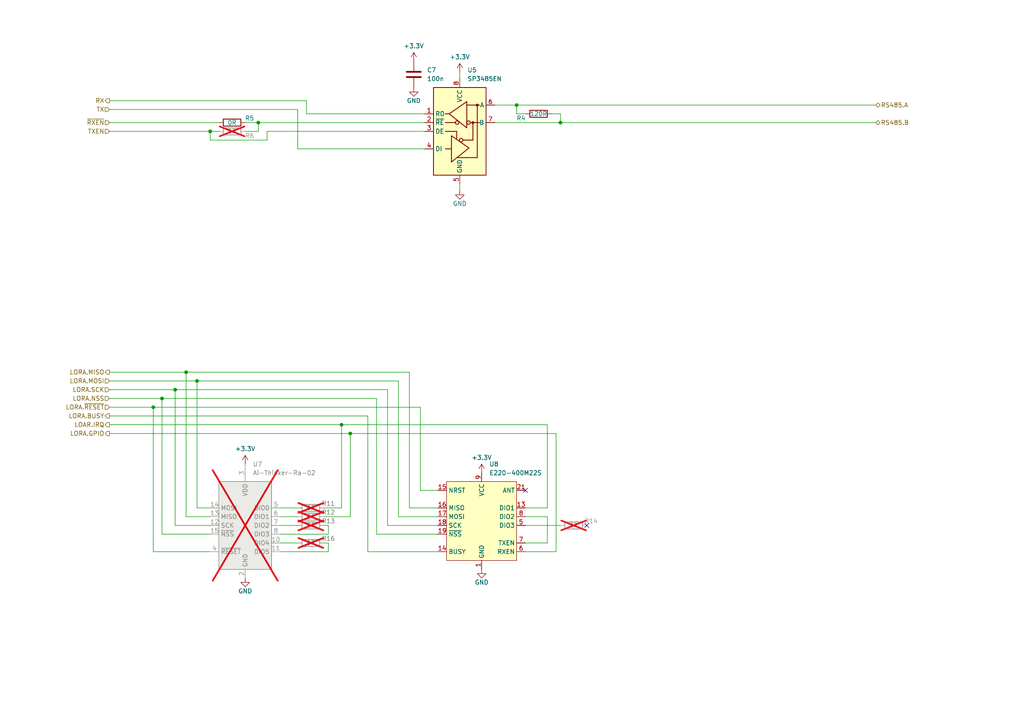
<source format=kicad_sch>
(kicad_sch (version 20231120) (generator "eeschema") (generator_version "8.0")
  (paper "A4")
  (title_block (title "Communication") (date "2024-11-17") (rev "00") (company "Ravenspark") (comment 1 "Prototype"))
  (lib_symbols
    (symbol "Device:C" (pin_numbers hide) (pin_names (offset 0.254))
      (property "Reference" "C" (at 0.635 2.54 0))
      (property "Value" "C" (at 0.635 -2.54 0))
      (symbol "C_0_1"
        (polyline (pts (xy -2.032 -0.762) (xy 2.032 -0.762)) (stroke (width 0.508)))
        (polyline (pts (xy -2.032 0.762) (xy 2.032 0.762)) (stroke (width 0.508)))
      )
      (symbol "C_1_1"
        (pin passive line (at 0 3.81 270) (length 2.794) (name "~") (number "1"))
        (pin passive line (at 0 -3.81 90) (length 2.794) (name "~") (number "2"))
      )
    )
    (symbol "Device:R" (pin_numbers hide) (pin_names (offset 0))
      (property "Reference" "R" (at 2.032 0 90))
      (property "Value" "R" (at 0 0 90))
      (symbol "R_0_1"
        (rectangle (start -1.016 -2.54) (end 1.016 2.54) (stroke (width 0.254)))
      )
      (symbol "R_1_1"
        (pin passive line (at 0 3.81 270) (length 1.27) (name "~") (number "1"))
        (pin passive line (at 0 -3.81 90) (length 1.27) (name "~") (number "2"))
      )
    )
    (symbol "Interface_UART:SP3485EN"
      (property "Reference" "U" (at -7.62 13.97 0))
      (property "Value" "SP3485EN" (at 1.905 13.97 0))
      (symbol "SP3485EN_0_1"
        (rectangle (start -7.62 12.7) (end 7.62 -12.7) (stroke (width 0.254)) (fill (type background)))
        (polyline (pts (xy -4.191 2.54) (xy -1.27 2.54)) (stroke (width 0.254)))
        (polyline (pts (xy -2.54 -5.08) (xy -4.191 -5.08)) (stroke (width 0.254)))
        (polyline (pts (xy -0.635 -7.62) (xy 5.08 -7.62)) (stroke (width 0.254)))
        (polyline (pts (xy 0.889 -2.54) (xy 3.81 -2.54)) (stroke (width 0.254)))
        (polyline (pts (xy 2.032 7.62) (xy 5.715 7.62)) (stroke (width 0.254)))
        (polyline (pts (xy 3.048 2.54) (xy 5.715 2.54)) (stroke (width 0.254)))
        (polyline (pts (xy 3.81 -2.54) (xy 3.81 2.54)) (stroke (width 0.254)))
        (polyline (pts (xy 5.08 -7.62) (xy 5.08 7.62)) (stroke (width 0.254)))
        (polyline (pts (xy -4.191 0) (xy -0.889 0) (xy -0.889 -2.286)) (stroke (width 0.254)))
        (polyline (pts (xy -3.175 5.08) (xy -4.191 5.08) (xy -4.064 5.08)) (stroke (width 0.254)))
        (polyline (pts (xy -2.413 -5.08) (xy -2.413 -1.27) (xy 2.667 -4.826) (xy -2.413 -8.89) (xy -2.413 -5.08)) (stroke (width 0.254)))
        (circle (center 0.381 -2.54) (radius 0.508) (stroke (width 0.254)))
        (circle (center 3.81 2.54) (radius 0.2794) (stroke (width 0.254)) (fill (type outline)))
      )
      (symbol "SP3485EN_1_1"
        (circle (center -0.762 2.54) (radius 0.508) (stroke (width 0.254)))
        (polyline (pts (xy 2.032 4.826) (xy 2.032 8.636) (xy -3.048 5.08) (xy 2.032 1.016) (xy 2.032 4.826)) (stroke (width 0.254)))
        (circle (center 2.54 2.54) (radius 0.508) (stroke (width 0.254)))
        (circle (center 5.08 7.62) (radius 0.2794) (stroke (width 0.254)) (fill (type outline)))
        (pin output line (at -10.16 5.08 0) (length 2.54) (name "RO") (number "1"))
        (pin input line (at -10.16 2.54 0) (length 2.54) (name "~{RE}") (number "2"))
        (pin input line (at -10.16 0 0) (length 2.54) (name "DE") (number "3"))
        (pin input line (at -10.16 -5.08 0) (length 2.54) (name "DI") (number "4"))
        (pin power_in line (at 0 -15.24 90) (length 2.54) (name "GND") (number "5"))
        (pin bidirectional line (at 10.16 7.62 180) (length 2.54) (name "A") (number "6"))
        (pin bidirectional line (at 10.16 2.54 180) (length 2.54) (name "B") (number "7"))
        (pin power_in line (at 0 15.24 270) (length 2.54) (name "VCC") (number "8"))
      )
    )
    (symbol "RF_Module:Ai-Thinker-Ra-02"
      (property "Reference" "U" (at 2.54 19.05 0))
      (property "Value" "Ai-Thinker-Ra-02" (at 13.97 -15.24 0))
      (symbol "Ai-Thinker-Ra-02_0_1"
        (rectangle (start -7.62 12.7) (end 7.62 -12.7) (stroke (width 0.254)) (fill (type background)))
      )
      (symbol "Ai-Thinker-Ra-02_1_1"
        (pin passive line (at 0 -15.24 90) (length 2.54) hide (name "GND") (number "1"))
        (pin bidirectional line (at 10.16 -5.08 180) (length 2.54) (name "DIO4") (number "10"))
        (pin bidirectional line (at 10.16 -7.62 180) (length 2.54) (name "DIO5") (number "11"))
        (pin input line (at -10.16 0 0) (length 2.54) (name "SCK") (number "12"))
        (pin output line (at -10.16 2.54 0) (length 2.54) (name "MISO") (number "13"))
        (pin input line (at -10.16 5.08 0) (length 2.54) (name "MOSI") (number "14"))
        (pin input line (at -10.16 -2.54 0) (length 2.54) (name "~{NSS}") (number "15"))
        (pin passive line (at 0 -15.24 90) (length 2.54) hide (name "GND") (number "16"))
        (pin power_in line (at 0 -15.24 90) (length 2.54) (name "GND") (number "2"))
        (pin power_in line (at 0 17.78 270) (length 5.08) (name "VDD") (number "3"))
        (pin input line (at -10.16 -7.62 0) (length 2.54) (name "~{RESET}") (number "4"))
        (pin bidirectional line (at 10.16 5.08 180) (length 2.54) (name "DIO0") (number "5"))
        (pin bidirectional line (at 10.16 2.54 180) (length 2.54) (name "DIO1") (number "6"))
        (pin bidirectional line (at 10.16 0 180) (length 2.54) (name "DIO2") (number "7"))
        (pin bidirectional line (at 10.16 -2.54 180) (length 2.54) (name "DIO3") (number "8"))
        (pin passive line (at 0 -15.24 90) (length 2.54) hide (name "GND") (number "9"))
      )
    )
    (symbol "Ravenspark:E220-400M22S"
      (property "Reference" "U8" (at 2.1941 20.32 0))
      (property "Value" "E220-400M22S" (at 2.1941 17.78 0))
      (symbol "E220-400M22S_0_0"
        (pin power_in line (at 0 -10.16 90) (length 2.54) (name "GND") (number "1"))
        (pin power_in line (at 0 -10.16 90) (length 2.54) hide (name "GND") (number "10"))
        (pin power_in line (at 0 -10.16 90) (length 2.54) hide (name "GND") (number "11"))
        (pin power_in line (at 0 -10.16 90) (length 2.54) hide (name "GND") (number "12"))
        (pin bidirectional line (at 12.7 7.62 180) (length 2.54) (name "DIO1") (number "13"))
        (pin output line (at -12.7 -5.08 0) (length 2.54) (name "BUSY") (number "14"))
        (pin input line (at -12.7 12.7 0) (length 2.54) (name "NRST") (number "15"))
        (pin output line (at -12.7 7.62 0) (length 2.54) (name "MISO") (number "16"))
        (pin input line (at -12.7 5.08 0) (length 2.54) (name "MOSI") (number "17"))
        (pin input line (at -12.7 2.54 0) (length 2.54) (name "SCK") (number "18"))
        (pin power_in line (at 0 -10.16 90) (length 2.54) hide (name "GND") (number "2"))
        (pin power_in line (at 0 -10.16 90) (length 2.54) hide (name "GND") (number "20"))
        (pin passive line (at 12.7 12.7 180) (length 2.54) (name "ANT") (number "21"))
        (pin power_in line (at 0 -10.16 90) (length 2.54) hide (name "GND") (number "22"))
        (pin power_in line (at 0 -10.16 90) (length 2.54) hide (name "GND") (number "3"))
        (pin power_in line (at 0 -10.16 90) (length 2.54) hide (name "GND") (number "4"))
        (pin bidirectional line (at 12.7 2.54 180) (length 2.54) (name "DIO3") (number "5"))
        (pin input line (at 12.7 -5.08 180) (length 2.54) (name "RXEN") (number "6"))
        (pin input line (at 12.7 -2.54 180) (length 2.54) (name "TXEN") (number "7"))
        (pin bidirectional line (at 12.7 5.08 180) (length 2.54) (name "DIO2") (number "8"))
        (pin power_in line (at 0 17.78 270) (length 2.54) (name "VCC") (number "9"))
      )
      (symbol "E220-400M22S_1_0"
        (pin input line (at -12.7 0 0) (length 2.54) (name "~{NSS}") (number "19"))
      )
      (symbol "E220-400M22S_1_1"
        (rectangle (start -10.16 15.24) (end 10.16 -7.62) (fill (type background)))
      )
    )
    (symbol "power:+3.3V" (power) (pin_numbers hide) (pin_names (offset 0) hide)
      (property "Value" "+3.3V" (at 0 3.556 0))
      (symbol "+3.3V_0_1"
        (polyline (pts (xy -0.762 1.27) (xy 0 2.54)))
        (polyline (pts (xy 0 0) (xy 0 2.54)))
        (polyline (pts (xy 0 2.54) (xy 0.762 1.27)))
      )
      (symbol "+3.3V_1_1"
        (pin power_in line (at 0 0 90) (length 0) (name "~") (number "1"))
      )
    )
    (symbol "power:GND" (power) (pin_numbers hide) (pin_names (offset 0) hide)
      (property "Value" "GND" (at 0 -3.81 0))
      (symbol "GND_0_1"
        (polyline (pts (xy 0 0) (xy 0 -1.27) (xy 1.27 -1.27) (xy 0 -2.54) (xy -1.27 -1.27) (xy 0 -1.27)))
      )
      (symbol "GND_1_1"
        (pin power_in line (at 0 0 270) (length 0) (name "~") (number "1"))
      )
    )
  )
  (junction (at 50.8 113.03))
  (junction (at 60.96 38.1))
  (junction (at 57.15 110.49))
  (junction (at 99.06 123.19))
  (junction (at 74.93 35.56))
  (junction (at 162.56 35.56))
  (junction (at 46.99 115.57))
  (junction (at 53.975 107.95))
  (junction (at 101.6 125.73))
  (junction (at 149.86 30.48))
  (junction (at 44.45 118.11))
  (no_connect (at 170.18 152.4))
  (no_connect (at 152.4 142.24))
  (wire (pts (xy 31.75 125.73) (xy 101.6 125.73)))
  (wire (pts (xy 160.02 33.02) (xy 162.56 33.02)))
  (wire (pts (xy 57.15 110.49) (xy 115.57 110.49)))
  (wire (pts (xy 127 147.32) (xy 118.745 147.32)))
  (wire (pts (xy 127 142.24) (xy 121.92 142.24)))
  (wire (pts (xy 254 30.48) (xy 149.86 30.48)))
  (wire (pts (xy 31.75 115.57) (xy 46.99 115.57)))
  (wire (pts (xy 60.96 38.1) (xy 60.96 40.64)))
  (wire (pts (xy 31.75 110.49) (xy 57.15 110.49)))
  (wire (pts (xy 81.28 149.86) (xy 86.36 149.86)))
  (wire (pts (xy 74.93 38.1) (xy 71.12 38.1)))
  (wire (pts (xy 161.29 125.73) (xy 161.29 160.02)))
  (wire (pts (xy 95.25 152.4) (xy 95.25 154.94)))
  (wire (pts (xy 53.975 107.95) (xy 31.75 107.95)))
  (wire (pts (xy 77.47 40.64) (xy 60.96 40.64)))
  (wire (pts (xy 46.99 115.57) (xy 109.22 115.57)))
  (wire (pts (xy 109.22 154.94) (xy 127 154.94)))
  (wire (pts (xy 162.56 33.02) (xy 162.56 35.56)))
  (wire (pts (xy 99.06 147.32) (xy 99.06 123.19)))
  (wire (pts (xy 152.4 149.86) (xy 158.75 149.86)))
  (wire (pts (xy 31.75 120.65) (xy 106.68 120.65)))
  (wire (pts (xy 71.12 35.56) (xy 74.93 35.56)))
  (wire (pts (xy 115.57 110.49) (xy 115.57 149.86)))
  (wire (pts (xy 31.75 118.11) (xy 44.45 118.11)))
  (wire (pts (xy 133.35 53.34) (xy 133.35 55.245)))
  (wire (pts (xy 95.25 157.48) (xy 95.25 160.02)))
  (wire (pts (xy 118.745 107.95) (xy 53.975 107.95)))
  (wire (pts (xy 31.75 35.56) (xy 63.5 35.56)))
  (wire (pts (xy 86.36 31.75) (xy 86.36 43.18)))
  (wire (pts (xy 149.86 33.02) (xy 149.86 30.48)))
  (wire (pts (xy 152.4 33.02) (xy 149.86 33.02)))
  (wire (pts (xy 88.9 33.02) (xy 123.19 33.02)))
  (wire (pts (xy 60.96 152.4) (xy 50.8 152.4)))
  (wire (pts (xy 158.75 147.32) (xy 158.75 123.19)))
  (wire (pts (xy 99.06 123.19) (xy 158.75 123.19)))
  (wire (pts (xy 81.28 157.48) (xy 86.36 157.48)))
  (wire (pts (xy 158.75 149.86) (xy 158.75 157.48)))
  (wire (pts (xy 112.395 152.4) (xy 112.395 113.03)))
  (wire (pts (xy 60.96 147.32) (xy 57.15 147.32)))
  (wire (pts (xy 162.56 35.56) (xy 254 35.56)))
  (wire (pts (xy 31.75 31.75) (xy 86.36 31.75)))
  (wire (pts (xy 31.75 29.21) (xy 88.9 29.21)))
  (wire (pts (xy 81.28 160.02) (xy 95.25 160.02)))
  (wire (pts (xy 31.75 123.19) (xy 99.06 123.19)))
  (wire (pts (xy 101.6 125.73) (xy 161.29 125.73)))
  (wire (pts (xy 57.15 110.49) (xy 57.15 147.32)))
  (wire (pts (xy 81.28 152.4) (xy 86.36 152.4)))
  (wire (pts (xy 74.93 35.56) (xy 123.19 35.56)))
  (wire (pts (xy 133.35 20.955) (xy 133.35 22.86)))
  (wire (pts (xy 109.22 115.57) (xy 109.22 154.94)))
  (wire (pts (xy 60.96 149.86) (xy 53.975 149.86)))
  (wire (pts (xy 149.86 30.48) (xy 143.51 30.48)))
  (wire (pts (xy 74.93 35.56) (xy 74.93 38.1)))
  (wire (pts (xy 101.6 149.86) (xy 101.6 125.73)))
  (wire (pts (xy 93.98 147.32) (xy 99.06 147.32)))
  (wire (pts (xy 112.395 113.03) (xy 50.8 113.03)))
  (wire (pts (xy 162.56 35.56) (xy 143.51 35.56)))
  (wire (pts (xy 44.45 160.02) (xy 60.96 160.02)))
  (wire (pts (xy 60.96 38.1) (xy 63.5 38.1)))
  (wire (pts (xy 152.4 152.4) (xy 162.56 152.4)))
  (wire (pts (xy 106.68 120.65) (xy 106.68 160.02)))
  (wire (pts (xy 60.96 154.94) (xy 46.99 154.94)))
  (wire (pts (xy 106.68 160.02) (xy 127 160.02)))
  (wire (pts (xy 95.25 157.48) (xy 93.98 157.48)))
  (wire (pts (xy 121.92 118.11) (xy 44.45 118.11)))
  (wire (pts (xy 77.47 38.1) (xy 77.47 40.64)))
  (wire (pts (xy 118.745 147.32) (xy 118.745 107.95)))
  (wire (pts (xy 81.28 147.32) (xy 86.36 147.32)))
  (wire (pts (xy 31.75 38.1) (xy 60.96 38.1)))
  (wire (pts (xy 121.92 142.24) (xy 121.92 118.11)))
  (wire (pts (xy 88.9 29.21) (xy 88.9 33.02)))
  (wire (pts (xy 115.57 149.86) (xy 127 149.86)))
  (wire (pts (xy 50.8 113.03) (xy 31.75 113.03)))
  (wire (pts (xy 93.98 149.86) (xy 101.6 149.86)))
  (wire (pts (xy 161.29 160.02) (xy 152.4 160.02)))
  (wire (pts (xy 53.975 149.86) (xy 53.975 107.95)))
  (wire (pts (xy 46.99 115.57) (xy 46.99 154.94)))
  (wire (pts (xy 86.36 43.18) (xy 123.19 43.18)))
  (wire (pts (xy 127 152.4) (xy 112.395 152.4)))
  (wire (pts (xy 152.4 147.32) (xy 158.75 147.32)))
  (wire (pts (xy 50.8 113.03) (xy 50.8 152.4)))
  (wire (pts (xy 44.45 118.11) (xy 44.45 160.02)))
  (wire (pts (xy 81.28 154.94) (xy 95.25 154.94)))
  (wire (pts (xy 123.19 38.1) (xy 77.47 38.1)))
  (wire (pts (xy 95.25 152.4) (xy 93.98 152.4)))
  (wire (pts (xy 158.75 157.48) (xy 152.4 157.48)))
  (hierarchical_label "TXEN" (shape input) (at 31.75 38.1 180))
  (hierarchical_label "RS485.A" (shape bidirectional) (at 254 30.48 0))
  (hierarchical_label "LORA.BUSY" (shape output) (at 31.75 120.65 180))
  (hierarchical_label "TX" (shape input) (at 31.75 31.75 180))
  (hierarchical_label "LORA.NSS" (shape input) (at 31.75 115.57 180))
  (hierarchical_label "RX" (shape output) (at 31.75 29.21 180))
  (hierarchical_label "LORA.MOSI" (shape input) (at 31.75 110.49 180))
  (hierarchical_label "LORA.GPIO" (shape output) (at 31.75 125.73 180))
  (hierarchical_label "RS485.B" (shape bidirectional) (at 254 35.56 0))
  (hierarchical_label "LORA.SCK" (shape input) (at 31.75 113.03 180))
  (hierarchical_label "LOAR.IRQ" (shape output) (at 31.75 123.19 180))
  (hierarchical_label "~{RXEN}" (shape input) (at 31.75 35.56 180))
  (hierarchical_label "LORA.~{RESET}" (shape input) (at 31.75 118.11 180))
  (hierarchical_label "LORA.MISO" (shape output) (at 31.75 107.95 180))
  (symbol (lib_id "power:GND") (at 71.12 167.64 0) (unit 1)
    (property "Reference" "#PWR046" (effects (hide yes)))
    (property "Value" "GND" (at 71.12 171.45 0))
    (property "Description" "Power symbol creates a global label with name \"GND\" , ground" (effects (hide yes)))
  )
  (symbol (lib_id "Device:R") (at 156.21 33.02 270) (unit 1)
    (property "Reference" "R4" (at 151.13 34.29 90))
    (property "Value" "120R" (at 156.21 33.02 90))
    (property "Footprint" "Resistor_SMD:R_0805_2012Metric" (effects (hide yes)))
    (property "Description" "Resistor" (effects (hide yes)))
  )
  (symbol (lib_id "Device:C") (at 120.015 21.59 0) (unit 1)
    (property "Reference" "C7" (at 123.825 20.3199 0) (effects (justify left)))
    (property "Value" "100n" (at 123.825 22.8599 0) (effects (justify left)))
    (property "Footprint" "Capacitor_SMD:C_0603_1608Metric" (effects (hide yes)))
    (property "Description" "Unpolarized capacitor" (effects (hide yes)))
  )
  (symbol (lib_id "power:+3.3V") (at 120.015 17.78 0) (unit 1)
    (property "Reference" "#PWR032" (effects (hide yes)))
    (property "Value" "+3.3V" (at 120.015 13.335 0))
    (property "Description" "Power symbol creates a global label with name \"+3.3V\"" (effects (hide yes)))
  )
  (symbol (lib_id "Device:R") (at 166.37 152.4 90) (unit 1) (dnp yes)
    (property "Reference" "R14" (at 171.45 151.13 90))
    (property "Value" "0R" (at 166.37 152.4 90))
    (property "Footprint" "Resistor_SMD:R_0805_2012Metric" (effects (hide yes)))
    (property "Description" "Resistor" (effects (hide yes)))
  )
  (symbol (lib_id "Device:R") (at 90.17 149.86 90) (unit 1) (dnp yes)
    (property "Reference" "R12" (at 95.25 148.59 90))
    (property "Value" "0R" (at 90.17 149.86 90))
    (property "Footprint" "Resistor_SMD:R_0805_2012Metric" (effects (hide yes)))
    (property "Description" "Resistor" (effects (hide yes)))
  )
  (symbol (lib_id "Ravenspark:E220-400M22S") (at 139.7 154.94 0) (unit 1)
    (property "Reference" "U8" (at 141.8941 134.62 0) (effects (justify left)))
    (property "Value" "E220-400M22S" (at 141.8941 137.16 0) (effects (justify left)))
    (property "Footprint" "RVNSPRK_Modules:E220-400M22S" (effects (hide yes)))
    (property "Datasheet" "https://www.cdebyte.com/pdf-down.aspx?id=930&_gl=1*1eopzi2*_up*MQ..*_ga*MTI5OTk2MzQ2MC4xNzI3NzEzMTEx*_ga_YQYYBFPDGW*MTcyNzcxMzExMC4xLjEuMTcyNzcxMzEyMi4wLjAuMjg5MDg2Mjc1*_ga_87PTK0Y2S4*MTcyNzcxMzExMC4xLjEuMTcyNzcxMzEyMy4wLjAuMA.." (effects (hide yes)))
  )
  (symbol (lib_id "power:GND") (at 139.7 165.1 0) (unit 1)
    (property "Reference" "#PWR045" (effects (hide yes)))
    (property "Value" "GND" (at 139.7 168.91 0))
    (property "Description" "Power symbol creates a global label with name \"GND\" , ground" (effects (hide yes)))
  )
  (symbol (lib_id "Device:R") (at 67.31 35.56 90) (unit 1)
    (property "Reference" "R5" (at 72.39 34.29 90))
    (property "Value" "0R" (at 67.31 35.56 90))
    (property "Footprint" "Resistor_SMD:R_0603_1608Metric" (effects (hide yes)))
    (property "Description" "Resistor" (effects (hide yes)))
  )
  (symbol (lib_id "power:+3.3V") (at 139.7 137.16 0) (unit 1)
    (property "Reference" "#PWR044" (effects (hide yes)))
    (property "Value" "+3.3V" (at 139.7 132.715 0))
    (property "Description" "Power symbol creates a global label with name \"+3.3V\"" (effects (hide yes)))
  )
  (symbol (lib_id "Device:R") (at 90.17 157.48 90) (unit 1) (dnp yes)
    (property "Reference" "R16" (at 95.25 156.21 90))
    (property "Value" "0R" (at 90.17 157.48 90))
    (property "Footprint" "Resistor_SMD:R_0805_2012Metric" (effects (hide yes)))
    (property "Description" "Resistor" (effects (hide yes)))
  )
  (symbol (lib_id "Device:R") (at 67.31 38.1 90) (unit 1) (dnp yes)
    (property "Reference" "R6" (at 72.39 39.37 90))
    (property "Value" "0R" (at 67.31 38.1 90))
    (property "Footprint" "Resistor_SMD:R_0603_1608Metric" (effects (hide yes)))
    (property "Description" "Resistor" (effects (hide yes)))
  )
  (symbol (lib_id "RF_Module:Ai-Thinker-Ra-02") (at 71.12 152.4 0) (unit 1) (dnp yes)
    (property "Reference" "U7" (at 73.3141 134.62 0) (effects (justify left)))
    (property "Value" "Ai-Thinker-Ra-02" (at 73.3141 137.16 0) (effects (justify left)))
    (property "Footprint" "RF_Module:Ai-Thinker-Ra-01-LoRa" (effects (hide yes)))
    (property "Datasheet" "http://wiki.ai-thinker.com/_media/lora/docs/c048ps01a1_ra-02_product_specification_v1.1.pdf" (effects (hide yes)))
    (property "Description" "Ai-Thinker Ra-02 410-525 MHz LoRa Module, SPI interface, U.FL antenna connector" (effects (hide yes)))
  )
  (symbol (lib_id "Interface_UART:SP3485EN") (at 133.35 38.1 0) (unit 1)
    (property "Reference" "U5" (at 135.5441 20.32 0) (effects (justify left)))
    (property "Value" "SP3485EN" (at 135.5441 22.86 0) (effects (justify left)))
    (property "Footprint" "Package_SO:SOIC-8_3.9x4.9mm_P1.27mm" (effects (hide yes)))
    (property "Datasheet" "http://www.icbase.com/pdf/SPX/SPX00480106.pdf" (effects (hide yes)))
    (property "Description" "Industrial 3.3V Low Power Half-Duplex RS-485 Transceiver 10Mbps, SOIC-8" (effects (hide yes)))
  )
  (symbol (lib_id "Device:R") (at 90.17 147.32 90) (unit 1) (dnp yes)
    (property "Reference" "R11" (at 95.25 146.05 90))
    (property "Value" "0R" (at 90.17 147.32 90))
    (property "Footprint" "Resistor_SMD:R_0805_2012Metric" (effects (hide yes)))
    (property "Description" "Resistor" (effects (hide yes)))
  )
  (symbol (lib_id "power:GND") (at 133.35 55.245 0) (unit 1)
    (property "Reference" "#PWR035" (effects (hide yes)))
    (property "Value" "GND" (at 133.35 59.055 0))
    (property "Description" "Power symbol creates a global label with name \"GND\" , ground" (effects (hide yes)))
  )
  (symbol (lib_id "power:GND") (at 120.015 25.4 0) (unit 1)
    (property "Reference" "#PWR034" (effects (hide yes)))
    (property "Value" "GND" (at 120.015 29.21 0))
    (property "Description" "Power symbol creates a global label with name \"GND\" , ground" (effects (hide yes)))
  )
  (symbol (lib_id "power:+3.3V") (at 133.35 20.955 0) (unit 1)
    (property "Reference" "#PWR033" (effects (hide yes)))
    (property "Value" "+3.3V" (at 133.35 16.51 0))
    (property "Description" "Power symbol creates a global label with name \"+3.3V\"" (effects (hide yes)))
  )
  (symbol (lib_id "power:+3.3V") (at 71.12 134.62 0) (unit 1)
    (property "Reference" "#PWR043" (effects (hide yes)))
    (property "Value" "+3.3V" (at 71.12 130.175 0))
    (property "Description" "Power symbol creates a global label with name \"+3.3V\"" (effects (hide yes)))
  )
  (symbol (lib_id "Device:R") (at 90.17 152.4 90) (unit 1) (dnp yes)
    (property "Reference" "R13" (at 95.25 151.13 90))
    (property "Value" "0R" (at 90.17 152.4 90))
    (property "Footprint" "Resistor_SMD:R_0805_2012Metric" (effects (hide yes)))
    (property "Description" "Resistor" (effects (hide yes)))
  )
)
</source>
